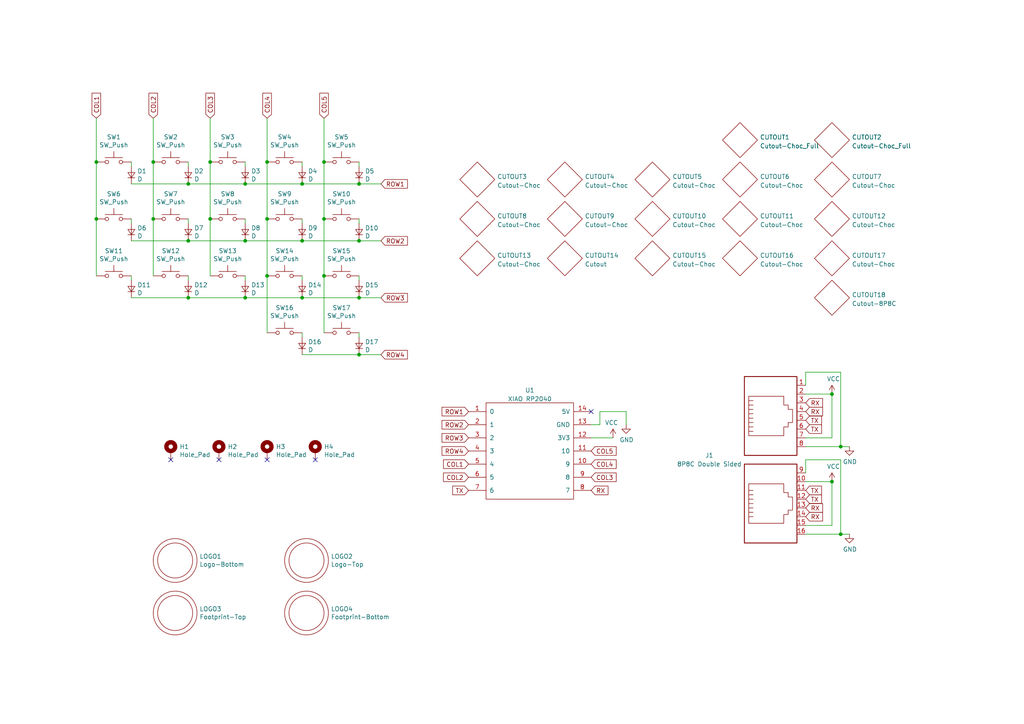
<source format=kicad_sch>
(kicad_sch (version 20211123) (generator eeschema)
  (paper "A4")
  (title_block (title "Janus") (date "2022-06-24") (rev "1.0") (company "skarrmann"))
  (lib_symbols
    (symbol "janus-components:8P8C Double Sided" (pin_names (offset 1.016))
      (property "Reference" "J" (at 0 0 0))
      (property "Value" "8P8C Double Sided" (at 0 -26.035 0))
      (symbol "8P8C Double Sided_1_1"
        (rectangle (start -6.985 24.13) (end 8.255 1.27) (stroke (width 0.254)))
        (polyline (pts (xy -4.445 -8.89) (xy -5.715 -8.89)))
        (polyline (pts (xy -4.445 8.255) (xy -5.715 8.255)))
        (polyline (pts (xy -4.445 9.525) (xy -5.715 9.525)))
        (polyline (pts (xy 8.255 -5.08) (xy 8.255 -6.35)))
        (polyline (pts (xy -5.715 -16.51) (xy -4.445 -16.51) (xy -4.445 -16.51)))
        (polyline (pts (xy -5.715 -15.24) (xy -4.445 -15.24) (xy -4.445 -15.24)))
        (polyline (pts (xy -5.715 -13.97) (xy -4.445 -13.97) (xy -4.445 -13.97)))
        (polyline (pts (xy -5.715 -12.7) (xy -4.445 -12.7) (xy -4.445 -12.7)))
        (polyline (pts (xy -5.715 -11.43) (xy -4.445 -11.43) (xy -4.445 -11.43)))
        (polyline (pts (xy -5.715 12.065) (xy -4.445 12.065) (xy -4.445 12.065)))
        (polyline (pts (xy -5.715 13.335) (xy -4.445 13.335) (xy -4.445 13.335)))
        (polyline (pts (xy -5.715 14.605) (xy -4.445 14.605) (xy -4.445 14.605)))
        (polyline (pts (xy -5.715 15.875) (xy -4.445 15.875) (xy -4.445 15.875)))
        (polyline (pts (xy -5.715 17.145) (xy -4.445 17.145) (xy -4.445 17.145)))
        (polyline (pts (xy -4.445 -10.16) (xy -5.715 -10.16) (xy -5.715 -10.16)))
        (polyline (pts (xy -4.445 10.795) (xy -5.715 10.795) (xy -5.715 10.795)))
        (polyline (pts (xy -5.715 -18.415) (xy -5.715 -6.985) (xy 4.445 -6.985) (xy 4.445 -9.525) (xy 5.715 -9.525) (xy 5.715 -10.795) (xy 6.985 -10.795) (xy 6.985 -14.605) (xy 5.715 -14.605) (xy 5.715 -15.875) (xy 4.445 -15.875) (xy 4.445 -18.415) (xy -5.715 -18.415) (xy -5.715 -18.415)))
        (polyline (pts (xy -5.715 18.415) (xy -5.715 6.985) (xy 4.445 6.985) (xy 4.445 9.525) (xy 5.715 9.525) (xy 5.715 10.795) (xy 6.985 10.795) (xy 6.985 14.605) (xy 5.715 14.605) (xy 5.715 15.875) (xy 4.445 15.875) (xy 4.445 18.415) (xy -5.715 18.415) (xy -5.715 18.415)))
        (rectangle (start 8.255 -1.27) (end -6.985 -24.13) (stroke (width 0.254)))
        (pin passive line (at 10.795 21.59 180) (length 2.54) (name "~") (number "1"))
        (pin passive line (at 10.795 -6.35 180) (length 2.54) (name "~") (number "10"))
        (pin passive line (at 10.795 -8.89 180) (length 2.54) (name "~") (number "11"))
        (pin passive line (at 10.795 -11.43 180) (length 2.54) (name "~") (number "12"))
        (pin passive line (at 10.795 -13.97 180) (length 2.54) (name "~") (number "13"))
        (pin passive line (at 10.795 -16.51 180) (length 2.54) (name "~") (number "14"))
        (pin passive line (at 10.795 -19.05 180) (length 2.54) (name "~") (number "15"))
        (pin passive line (at 10.795 -21.59 180) (length 2.54) (name "~") (number "16"))
        (pin passive line (at 10.795 19.05 180) (length 2.54) (name "~") (number "2"))
        (pin passive line (at 10.795 16.51 180) (length 2.54) (name "~") (number "3"))
        (pin passive line (at 10.795 13.97 180) (length 2.54) (name "~") (number "4"))
        (pin passive line (at 10.795 11.43 180) (length 2.54) (name "~") (number "5"))
        (pin passive line (at 10.795 8.89 180) (length 2.54) (name "~") (number "6"))
        (pin passive line (at 10.795 6.35 180) (length 2.54) (name "~") (number "7"))
        (pin passive line (at 10.795 3.81 180) (length 2.54) (name "~") (number "8"))
        (pin passive line (at 10.795 -3.81 180) (length 2.54) (name "~") (number "9"))
      )
    )
    (symbol "janus-components:Cutout" (pin_names (offset 1.016))
      (property "Reference" "CUTOUT" (at 0 -1.27 0))
      (property "Value" "Cutout" (at 0 1.27 0))
      (symbol "Cutout_0_1"
        (polyline (pts (xy 0 5.08) (xy 5.08 0) (xy 0 -5.08) (xy -5.08 0) (xy 0 5.08)) (stroke (width 0.1524)))
      )
    )
    (symbol "janus-components:D" (pin_numbers hide) (pin_names (offset 0.254) hide)
      (property "Reference" "D" (at -1.27 2.032 0))
      (property "Value" "janus-components_D" (at -1.27 -2.032 0))
      (symbol "D_0_1"
        (polyline (pts (xy -0.762 -1.016) (xy -0.762 1.016)))
        (polyline (pts (xy -0.762 0) (xy 0.762 0)))
        (polyline (pts (xy 0.762 -1.016) (xy -0.762 0) (xy 0.762 1.016) (xy 0.762 -1.016)))
      )
      (symbol "D_1_1"
        (pin passive line (at -2.54 0 0) (length 1.778) (name "K") (number "1"))
        (pin passive line (at 2.54 0 180) (length 1.778) (name "A") (number "2"))
      )
    )
    (symbol "janus-components:Hole_Pad" (pin_numbers hide) (pin_names (offset 1.016) hide)
      (property "Reference" "H" (at 0 6.35 0))
      (property "Value" "janus-components_Hole_Pad" (at 0 4.445 0))
      (symbol "Hole_Pad_0_1"
        (circle (center 0 1.27) (radius 1.27) (stroke (width 1.27)))
      )
      (symbol "Hole_Pad_1_1"
        (pin input line (at 0 -2.54 90) (length 2.54) (name "1") (number "1"))
      )
    )
    (symbol "janus-components:Logo" (pin_names (offset 1.016))
      (property "Reference" "LOGO" (at 0 -1.27 0))
      (property "Value" "janus-components_Logo" (at 0 1.27 0))
      (symbol "Logo_0_1"
        (circle (center 0 0) (radius 5.08))
        (circle (center 0 0) (radius 6.35))
      )
    )
    (symbol "janus-components:SW_Push" (pin_numbers hide) (pin_names (offset 1.016) hide)
      (property "Reference" "SW" (at 1.27 2.54 0))
      (property "Value" "janus-components_SW_Push" (at 0 -1.524 0))
      (symbol "SW_Push_0_1"
        (circle (center -2.032 0) (radius 0.508))
        (polyline (pts (xy 0 1.27) (xy 0 3.048)))
        (polyline (pts (xy 2.54 1.27) (xy -2.54 1.27)))
        (circle (center 2.032 0) (radius 0.508))
        (pin passive line (at -5.08 0 0) (length 2.54) (name "1") (number "1"))
        (pin passive line (at 5.08 0 180) (length 2.54) (name "2") (number "2"))
      )
    )
    (symbol "janus-components:XIAO RP2040" (pin_names (offset 1))
      (property "Reference" "U" (at 0 0 0))
      (property "Value" "XIAO RP2040" (at 0 -15.24 0))
      (symbol "XIAO RP2040_0_1"
        (rectangle (start -12.7 13.97) (end 12.7 -13.97) (stroke (width 0.1524)))
      )
      (symbol "XIAO RP2040_1_1"
        (pin input line (at -17.78 11.43 0) (length 5.08) (name "0") (number "1"))
        (pin input line (at 17.78 -3.81 180) (length 5.08) (name "9") (number "10"))
        (pin input line (at 17.78 0 180) (length 5.08) (name "10") (number "11"))
        (pin input line (at 17.78 3.81 180) (length 5.08) (name "3V3") (number "12"))
        (pin input line (at 17.78 7.62 180) (length 5.08) (name "GND") (number "13"))
        (pin input line (at 17.78 11.43 180) (length 5.08) (name "5V") (number "14"))
        (pin input line (at -17.78 7.62 0) (length 5.08) (name "1") (number "2"))
        (pin input line (at -17.78 3.81 0) (length 5.08) (name "2") (number "3"))
        (pin input line (at -17.78 0 0) (length 5.08) (name "3") (number "4"))
        (pin input line (at -17.78 -3.81 0) (length 5.08) (name "4") (number "5"))
        (pin input line (at -17.78 -7.62 0) (length 5.08) (name "5") (number "6"))
        (pin input line (at -17.78 -11.43 0) (length 5.08) (name "6") (number "7"))
        (pin input line (at 17.78 -11.43 180) (length 5.08) (name "7") (number "8"))
        (pin input line (at 17.78 -7.62 180) (length 5.08) (name "8") (number "9"))
      )
    )
    (symbol "power:GND" (power) (pin_names (offset 0))
      (property "Value" "GND" (at 0 -3.81 0))
      (symbol "GND_0_1"
        (polyline (pts (xy 0 0) (xy 0 -1.27) (xy 1.27 -1.27) (xy 0 -2.54) (xy -1.27 -1.27) (xy 0 -1.27)))
      )
      (symbol "GND_1_1"
        (pin power_in line (at 0 0 270) (length 0) hide (name "GND") (number "1"))
      )
    )
    (symbol "power:VCC" (power) (pin_names (offset 0))
      (property "Value" "VCC" (at 0 3.81 0))
      (symbol "VCC_0_1"
        (polyline (pts (xy -0.762 1.27) (xy 0 2.54)))
        (polyline (pts (xy 0 0) (xy 0 2.54)))
        (polyline (pts (xy 0 2.54) (xy 0.762 1.27)))
      )
      (symbol "VCC_1_1"
        (pin power_in line (at 0 0 90) (length 0) hide (name "VCC") (number "1"))
      )
    )
  )
  (junction (at 60.96 46.99))
  (junction (at 44.45 46.99))
  (junction (at 93.98 46.99))
  (junction (at 93.98 80.01))
  (junction (at 71.12 53.34))
  (junction (at 243.84 154.94))
  (junction (at 54.61 53.34))
  (junction (at 243.84 129.54))
  (junction (at 77.47 46.99))
  (junction (at 104.14 102.87))
  (junction (at 27.94 63.5))
  (junction (at 87.63 69.85))
  (junction (at 87.63 53.34))
  (junction (at 71.12 86.36))
  (junction (at 241.3 114.3))
  (junction (at 104.14 86.36))
  (junction (at 93.98 63.5))
  (junction (at 54.61 86.36))
  (junction (at 77.47 80.01))
  (junction (at 104.14 69.85))
  (junction (at 60.96 63.5))
  (junction (at 104.14 53.34))
  (junction (at 44.45 63.5))
  (junction (at 77.47 63.5))
  (junction (at 241.3 139.7))
  (junction (at 27.94 46.99))
  (junction (at 71.12 69.85))
  (junction (at 54.61 69.85))
  (junction (at 87.63 86.36))
  (no_connect (at 63.5 133.35))
  (no_connect (at 77.47 133.35))
  (no_connect (at 171.45 119.38))
  (no_connect (at 91.44 133.35))
  (no_connect (at 49.53 133.35))
  (wire (pts (xy 60.96 46.99) (xy 60.96 63.5)))
  (wire (pts (xy 27.94 46.99) (xy 27.94 63.5)))
  (wire (pts (xy 44.45 46.99) (xy 44.45 63.5)))
  (wire (pts (xy 87.63 80.01) (xy 87.63 81.28)))
  (wire (pts (xy 93.98 46.99) (xy 93.98 63.5)))
  (wire (pts (xy 27.94 63.5) (xy 27.94 80.01)))
  (wire (pts (xy 241.3 114.3) (xy 241.3 127)))
  (wire (pts (xy 171.45 127) (xy 177.8 127)))
  (wire (pts (xy 54.61 63.5) (xy 54.61 64.77)))
  (wire (pts (xy 246.38 154.94) (xy 243.84 154.94)))
  (wire (pts (xy 243.84 154.94) (xy 243.84 133.35)))
  (wire (pts (xy 87.63 86.36) (xy 104.14 86.36)))
  (wire (pts (xy 54.61 53.34) (xy 71.12 53.34)))
  (wire (pts (xy 87.63 96.52) (xy 87.63 97.79)))
  (wire (pts (xy 87.63 63.5) (xy 87.63 64.77)))
  (wire (pts (xy 77.47 80.01) (xy 77.47 96.52)))
  (wire (pts (xy 38.1 86.36) (xy 54.61 86.36)))
  (wire (pts (xy 71.12 80.01) (xy 71.12 81.28)))
  (wire (pts (xy 71.12 46.99) (xy 71.12 48.26)))
  (wire (pts (xy 54.61 86.36) (xy 71.12 86.36)))
  (wire (pts (xy 38.1 69.85) (xy 54.61 69.85)))
  (wire (pts (xy 104.14 69.85) (xy 110.49 69.85)))
  (wire (pts (xy 27.94 34.29) (xy 27.94 46.99)))
  (wire (pts (xy 173.99 123.19) (xy 173.99 119.38)))
  (wire (pts (xy 233.68 114.3) (xy 241.3 114.3)))
  (wire (pts (xy 104.14 86.36) (xy 110.49 86.36)))
  (wire (pts (xy 93.98 80.01) (xy 93.98 96.52)))
  (wire (pts (xy 44.45 34.29) (xy 44.45 46.99)))
  (wire (pts (xy 77.47 63.5) (xy 77.47 80.01)))
  (wire (pts (xy 233.68 154.94) (xy 243.84 154.94)))
  (wire (pts (xy 87.63 102.87) (xy 104.14 102.87)))
  (wire (pts (xy 93.98 63.5) (xy 93.98 80.01)))
  (wire (pts (xy 38.1 80.01) (xy 38.1 81.28)))
  (wire (pts (xy 233.68 127) (xy 241.3 127)))
  (wire (pts (xy 104.14 102.87) (xy 110.49 102.87)))
  (wire (pts (xy 104.14 96.52) (xy 104.14 97.79)))
  (wire (pts (xy 71.12 86.36) (xy 87.63 86.36)))
  (wire (pts (xy 87.63 69.85) (xy 104.14 69.85)))
  (wire (pts (xy 60.96 34.29) (xy 60.96 46.99)))
  (wire (pts (xy 54.61 80.01) (xy 54.61 81.28)))
  (wire (pts (xy 60.96 63.5) (xy 60.96 80.01)))
  (wire (pts (xy 233.68 107.95) (xy 233.68 111.76)))
  (wire (pts (xy 246.38 129.54) (xy 243.84 129.54)))
  (wire (pts (xy 77.47 34.29) (xy 77.47 46.99)))
  (wire (pts (xy 87.63 53.34) (xy 104.14 53.34)))
  (wire (pts (xy 38.1 53.34) (xy 54.61 53.34)))
  (wire (pts (xy 173.99 119.38) (xy 181.61 119.38)))
  (wire (pts (xy 243.84 129.54) (xy 243.84 107.95)))
  (wire (pts (xy 233.68 152.4) (xy 241.3 152.4)))
  (wire (pts (xy 44.45 63.5) (xy 44.45 80.01)))
  (wire (pts (xy 243.84 107.95) (xy 233.68 107.95)))
  (wire (pts (xy 243.84 133.35) (xy 233.68 133.35)))
  (wire (pts (xy 71.12 63.5) (xy 71.12 64.77)))
  (wire (pts (xy 38.1 46.99) (xy 38.1 48.26)))
  (wire (pts (xy 54.61 46.99) (xy 54.61 48.26)))
  (wire (pts (xy 233.68 133.35) (xy 233.68 137.16)))
  (wire (pts (xy 104.14 46.99) (xy 104.14 48.26)))
  (wire (pts (xy 233.68 129.54) (xy 243.84 129.54)))
  (wire (pts (xy 71.12 69.85) (xy 87.63 69.85)))
  (wire (pts (xy 171.45 123.19) (xy 173.99 123.19)))
  (wire (pts (xy 38.1 63.5) (xy 38.1 64.77)))
  (wire (pts (xy 104.14 80.01) (xy 104.14 81.28)))
  (wire (pts (xy 233.68 139.7) (xy 241.3 139.7)))
  (wire (pts (xy 54.61 69.85) (xy 71.12 69.85)))
  (wire (pts (xy 104.14 63.5) (xy 104.14 64.77)))
  (wire (pts (xy 77.47 46.99) (xy 77.47 63.5)))
  (wire (pts (xy 93.98 34.29) (xy 93.98 46.99)))
  (wire (pts (xy 104.14 53.34) (xy 110.49 53.34)))
  (wire (pts (xy 71.12 53.34) (xy 87.63 53.34)))
  (wire (pts (xy 87.63 46.99) (xy 87.63 48.26)))
  (wire (pts (xy 181.61 119.38) (xy 181.61 123.19)))
  (wire (pts (xy 241.3 139.7) (xy 241.3 152.4)))
  (global_label "ROW1" (shape input) (at 110.49 53.34 0) (property "Intersheet References" "${INTERSHEET_REFS}" (effects hide)))
  (global_label "RX" (shape input) (at 171.45 142.24 0) (property "Intersheet References" "${INTERSHEET_REFS}" (effects hide)))
  (global_label "COL3" (shape input) (at 171.45 138.43 0) (property "Intersheet References" "${INTERSHEET_REFS}" (effects hide)))
  (global_label "TX" (shape input) (at 233.68 124.46 0) (property "Intersheet References" "${INTERSHEET_REFS}" (effects hide)))
  (global_label "ROW3" (shape input) (at 135.89 127 180) (property "Intersheet References" "${INTERSHEET_REFS}" (effects hide)))
  (global_label "TX" (shape input) (at 233.68 142.24 0) (property "Intersheet References" "${INTERSHEET_REFS}" (effects hide)))
  (global_label "ROW3" (shape input) (at 110.49 86.36 0) (property "Intersheet References" "${INTERSHEET_REFS}" (effects hide)))
  (global_label "ROW2" (shape input) (at 135.89 123.19 180) (property "Intersheet References" "${INTERSHEET_REFS}" (effects hide)))
  (global_label "TX" (shape input) (at 233.68 144.78 0) (property "Intersheet References" "${INTERSHEET_REFS}" (effects hide)))
  (global_label "COL1" (shape input) (at 27.94 34.29 90) (property "Intersheet References" "${INTERSHEET_REFS}" (effects hide)))
  (global_label "ROW2" (shape input) (at 110.49 69.85 0) (property "Intersheet References" "${INTERSHEET_REFS}" (effects hide)))
  (global_label "RX" (shape input) (at 233.68 147.32 0) (property "Intersheet References" "${INTERSHEET_REFS}" (effects hide)))
  (global_label "COL4" (shape input) (at 171.45 134.62 0) (property "Intersheet References" "${INTERSHEET_REFS}" (effects hide)))
  (global_label "ROW4" (shape input) (at 135.89 130.81 180) (property "Intersheet References" "${INTERSHEET_REFS}" (effects hide)))
  (global_label "COL2" (shape input) (at 135.89 138.43 180) (property "Intersheet References" "${INTERSHEET_REFS}" (effects hide)))
  (global_label "TX" (shape input) (at 135.89 142.24 180) (property "Intersheet References" "${INTERSHEET_REFS}" (effects hide)))
  (global_label "COL2" (shape input) (at 44.45 34.29 90) (property "Intersheet References" "${INTERSHEET_REFS}" (effects hide)))
  (global_label "TX" (shape input) (at 233.68 121.92 0) (property "Intersheet References" "${INTERSHEET_REFS}" (effects hide)))
  (global_label "RX" (shape input) (at 233.68 116.84 0) (property "Intersheet References" "${INTERSHEET_REFS}" (effects hide)))
  (global_label "COL4" (shape input) (at 77.47 34.29 90) (property "Intersheet References" "${INTERSHEET_REFS}" (effects hide)))
  (global_label "ROW4" (shape input) (at 110.49 102.87 0) (property "Intersheet References" "${INTERSHEET_REFS}" (effects hide)))
  (global_label "COL5" (shape input) (at 171.45 130.81 0) (property "Intersheet References" "${INTERSHEET_REFS}" (effects hide)))
  (global_label "ROW1" (shape input) (at 135.89 119.38 180) (property "Intersheet References" "${INTERSHEET_REFS}" (effects hide)))
  (global_label "COL1" (shape input) (at 135.89 134.62 180) (property "Intersheet References" "${INTERSHEET_REFS}" (effects hide)))
  (global_label "COL3" (shape input) (at 60.96 34.29 90) (property "Intersheet References" "${INTERSHEET_REFS}" (effects hide)))
  (global_label "RX" (shape input) (at 233.68 119.38 0) (property "Intersheet References" "${INTERSHEET_REFS}" (effects hide)))
  (global_label "COL5" (shape input) (at 93.98 34.29 90) (property "Intersheet References" "${INTERSHEET_REFS}" (effects hide)))
  (global_label "RX" (shape input) (at 233.68 149.86 0) (property "Intersheet References" "${INTERSHEET_REFS}" (effects hide)))
  (symbol (lib_id "janus-components:SW_Push") (at 33.02 46.99 0) (unit 1)
    (property "Reference" "SW1" (at 33.02 39.751 0))
    (property "Value" "SW_Push" (at 33.02 42.0624 0))
    (property "Footprint" "janus-footprints:SW_Choc_V1_Reversible" (effects hide))
  )
  (symbol (lib_id "janus-components:SW_Push") (at 66.04 80.01 0) (unit 1)
    (property "Reference" "SW13" (at 66.04 72.771 0))
    (property "Value" "SW_Push" (at 66.04 75.0824 0))
    (property "Footprint" "janus-footprints:SW_Choc_V1_Reversible" (effects hide))
  )
  (symbol (lib_id "janus-components:D") (at 71.12 83.82 90) (unit 1)
    (property "Reference" "D13" (at 72.8472 82.6516 90) (effects (justify right)))
    (property "Value" "D" (at 72.8472 84.963 90) (effects (justify right)))
    (property "Footprint" "janus-footprints:D_SOD-123_Reversible" (effects hide))
  )
  (symbol (lib_id "power:GND") (at 181.61 123.19 0) (unit 1)
    (property "Reference" "#PWR04" (effects hide))
    (property "Value" "GND" (at 181.737 127.5842 0))
  )
  (symbol (lib_id "janus-components:D") (at 38.1 50.8 90) (unit 1)
    (property "Reference" "D1" (at 39.8272 49.6316 90) (effects (justify right)))
    (property "Value" "D" (at 39.8272 51.943 90) (effects (justify right)))
    (property "Footprint" "janus-footprints:D_SOD-123_Reversible" (effects hide))
  )
  (symbol (lib_id "power:VCC") (at 177.8 127 0) (mirror y) (unit 1)
    (property "Reference" "#PWR05" (effects hide))
    (property "Value" "VCC" (at 177.3682 122.6058 0))
  )
  (symbol (lib_id "janus-components:Hole_Pad") (at 49.53 130.81 0) (unit 1)
    (property "Reference" "H1" (at 52.07 129.5654 0) (effects (justify left)))
    (property "Value" "Hole_Pad" (at 52.07 131.8768 0) (effects (justify left)))
    (property "Footprint" "janus-footprints:Mount_M2" (effects hide))
  )
  (symbol (lib_id "janus-components:Hole_Pad") (at 63.5 130.81 0) (unit 1)
    (property "Reference" "H2" (at 66.04 129.5654 0) (effects (justify left)))
    (property "Value" "Hole_Pad" (at 66.04 131.8768 0) (effects (justify left)))
    (property "Footprint" "janus-footprints:Mount_M2" (effects hide))
  )
  (symbol (lib_id "janus-components:Hole_Pad") (at 77.47 130.81 0) (unit 1)
    (property "Reference" "H3" (at 80.01 129.5654 0) (effects (justify left)))
    (property "Value" "Hole_Pad" (at 80.01 131.8768 0) (effects (justify left)))
    (property "Footprint" "janus-footprints:Mount_M2" (effects hide))
  )
  (symbol (lib_id "janus-components:Hole_Pad") (at 91.44 130.81 0) (unit 1)
    (property "Reference" "H4" (at 93.98 129.5654 0) (effects (justify left)))
    (property "Value" "Hole_Pad" (at 93.98 131.8768 0) (effects (justify left)))
    (property "Footprint" "janus-footprints:Mount_M2" (effects hide))
  )
  (symbol (lib_id "janus-components:Logo") (at 50.8 162.56 0) (unit 1)
    (property "Reference" "LOGO1" (at 57.8612 161.3916 0) (effects (justify left)))
    (property "Value" "Logo-Bottom" (at 57.8612 163.703 0) (effects (justify left)))
    (property "Footprint" "janus-footprints:Logo_Janus" (effects hide))
  )
  (symbol (lib_id "janus-components:D") (at 54.61 50.8 90) (unit 1)
    (property "Reference" "D2" (at 56.3372 49.6316 90) (effects (justify right)))
    (property "Value" "D" (at 56.3372 51.943 90) (effects (justify right)))
    (property "Footprint" "janus-footprints:D_SOD-123_Reversible" (effects hide))
  )
  (symbol (lib_id "janus-components:SW_Push") (at 49.53 46.99 0) (unit 1)
    (property "Reference" "SW2" (at 49.53 39.751 0))
    (property "Value" "SW_Push" (at 49.53 42.0624 0))
    (property "Footprint" "janus-footprints:SW_Choc_V1_Reversible" (effects hide))
  )
  (symbol (lib_id "janus-components:D") (at 87.63 83.82 90) (unit 1)
    (property "Reference" "D14" (at 89.3572 82.6516 90) (effects (justify right)))
    (property "Value" "D" (at 89.3572 84.963 90) (effects (justify right)))
    (property "Footprint" "janus-footprints:D_SOD-123_Reversible" (effects hide))
  )
  (symbol (lib_id "janus-components:SW_Push") (at 82.55 80.01 0) (unit 1)
    (property "Reference" "SW14" (at 82.55 72.771 0))
    (property "Value" "SW_Push" (at 82.55 75.0824 0))
    (property "Footprint" "janus-footprints:SW_Choc_V1_Reversible" (effects hide))
  )
  (symbol (lib_id "janus-components:D") (at 71.12 50.8 90) (unit 1)
    (property "Reference" "D3" (at 72.8472 49.6316 90) (effects (justify right)))
    (property "Value" "D" (at 72.8472 51.943 90) (effects (justify right)))
    (property "Footprint" "janus-footprints:D_SOD-123_Reversible" (effects hide))
  )
  (symbol (lib_id "janus-components:SW_Push") (at 66.04 46.99 0) (unit 1)
    (property "Reference" "SW3" (at 66.04 39.751 0))
    (property "Value" "SW_Push" (at 66.04 42.0624 0))
    (property "Footprint" "janus-footprints:SW_Choc_V1_Reversible" (effects hide))
  )
  (symbol (lib_id "janus-components:D") (at 104.14 83.82 90) (unit 1)
    (property "Reference" "D15" (at 105.8672 82.6516 90) (effects (justify right)))
    (property "Value" "D" (at 105.8672 84.963 90) (effects (justify right)))
    (property "Footprint" "janus-footprints:D_SOD-123_Reversible" (effects hide))
  )
  (symbol (lib_id "janus-components:SW_Push") (at 99.06 80.01 0) (unit 1)
    (property "Reference" "SW15" (at 99.06 72.771 0))
    (property "Value" "SW_Push" (at 99.06 75.0824 0))
    (property "Footprint" "janus-footprints:SW_Choc_V1_Reversible" (effects hide))
  )
  (symbol (lib_id "janus-components:D") (at 87.63 50.8 90) (unit 1)
    (property "Reference" "D4" (at 89.3572 49.6316 90) (effects (justify right)))
    (property "Value" "D" (at 89.3572 51.943 90) (effects (justify right)))
    (property "Footprint" "janus-footprints:D_SOD-123_Reversible" (effects hide))
  )
  (symbol (lib_id "janus-components:SW_Push") (at 82.55 46.99 0) (unit 1)
    (property "Reference" "SW4" (at 82.55 39.751 0))
    (property "Value" "SW_Push" (at 82.55 42.0624 0))
    (property "Footprint" "janus-footprints:SW_Choc_V1_Reversible" (effects hide))
  )
  (symbol (lib_id "janus-components:D") (at 87.63 100.33 90) (unit 1)
    (property "Reference" "D16" (at 89.3572 99.1616 90) (effects (justify right)))
    (property "Value" "D" (at 89.3572 101.473 90) (effects (justify right)))
    (property "Footprint" "janus-footprints:D_SOD-123_Reversible" (effects hide))
  )
  (symbol (lib_id "janus-components:SW_Push") (at 82.55 96.52 0) (unit 1)
    (property "Reference" "SW16" (at 82.55 89.281 0))
    (property "Value" "SW_Push" (at 82.55 91.5924 0))
    (property "Footprint" "janus-footprints:SW_Choc_V1_Reversible" (effects hide))
  )
  (symbol (lib_id "janus-components:D") (at 104.14 50.8 90) (unit 1)
    (property "Reference" "D5" (at 105.8672 49.6316 90) (effects (justify right)))
    (property "Value" "D" (at 105.8672 51.943 90) (effects (justify right)))
    (property "Footprint" "janus-footprints:D_SOD-123_Reversible" (effects hide))
  )
  (symbol (lib_id "janus-components:SW_Push") (at 99.06 46.99 0) (unit 1)
    (property "Reference" "SW5" (at 99.06 39.751 0))
    (property "Value" "SW_Push" (at 99.06 42.0624 0))
    (property "Footprint" "janus-footprints:SW_Choc_V1_Reversible" (effects hide))
  )
  (symbol (lib_id "janus-components:D") (at 104.14 100.33 90) (unit 1)
    (property "Reference" "D17" (at 105.8672 99.1616 90) (effects (justify right)))
    (property "Value" "D" (at 105.8672 101.473 90) (effects (justify right)))
    (property "Footprint" "janus-footprints:D_SOD-123_Reversible" (effects hide))
  )
  (symbol (lib_id "janus-components:SW_Push") (at 99.06 96.52 0) (unit 1)
    (property "Reference" "SW17" (at 99.06 89.281 0))
    (property "Value" "SW_Push" (at 99.06 91.5924 0))
    (property "Footprint" "janus-footprints:SW_Choc_V1_Reversible" (effects hide))
  )
  (symbol (lib_id "janus-components:D") (at 38.1 67.31 90) (unit 1)
    (property "Reference" "D6" (at 39.8272 66.1416 90) (effects (justify right)))
    (property "Value" "D" (at 39.8272 68.453 90) (effects (justify right)))
    (property "Footprint" "janus-footprints:D_SOD-123_Reversible" (effects hide))
  )
  (symbol (lib_id "janus-components:SW_Push") (at 33.02 63.5 0) (unit 1)
    (property "Reference" "SW6" (at 33.02 56.261 0))
    (property "Value" "SW_Push" (at 33.02 58.5724 0))
    (property "Footprint" "janus-footprints:SW_Choc_V1_Reversible" (effects hide))
  )
  (symbol (lib_id "janus-components:D") (at 54.61 67.31 90) (unit 1)
    (property "Reference" "D7" (at 56.3372 66.1416 90) (effects (justify right)))
    (property "Value" "D" (at 56.3372 68.453 90) (effects (justify right)))
    (property "Footprint" "janus-footprints:D_SOD-123_Reversible" (effects hide))
  )
  (symbol (lib_id "janus-components:SW_Push") (at 49.53 63.5 0) (unit 1)
    (property "Reference" "SW7" (at 49.53 56.261 0))
    (property "Value" "SW_Push" (at 49.53 58.5724 0))
    (property "Footprint" "janus-footprints:SW_Choc_V1_Reversible" (effects hide))
  )
  (symbol (lib_id "janus-components:D") (at 71.12 67.31 90) (unit 1)
    (property "Reference" "D8" (at 72.8472 66.1416 90) (effects (justify right)))
    (property "Value" "D" (at 72.8472 68.453 90) (effects (justify right)))
    (property "Footprint" "janus-footprints:D_SOD-123_Reversible" (effects hide))
  )
  (symbol (lib_id "janus-components:SW_Push") (at 66.04 63.5 0) (unit 1)
    (property "Reference" "SW8" (at 66.04 56.261 0))
    (property "Value" "SW_Push" (at 66.04 58.5724 0))
    (property "Footprint" "janus-footprints:SW_Choc_V1_Reversible" (effects hide))
  )
  (symbol (lib_id "janus-components:D") (at 87.63 67.31 90) (unit 1)
    (property "Reference" "D9" (at 89.3572 66.1416 90) (effects (justify right)))
    (property "Value" "D" (at 89.3572 68.453 90) (effects (justify right)))
    (property "Footprint" "janus-footprints:D_SOD-123_Reversible" (effects hide))
  )
  (symbol (lib_id "janus-components:SW_Push") (at 82.55 63.5 0) (unit 1)
    (property "Reference" "SW9" (at 82.55 56.261 0))
    (property "Value" "SW_Push" (at 82.55 58.5724 0))
    (property "Footprint" "janus-footprints:SW_Choc_V1_Reversible" (effects hide))
  )
  (symbol (lib_id "janus-components:D") (at 104.14 67.31 90) (unit 1)
    (property "Reference" "D10" (at 105.8672 66.1416 90) (effects (justify right)))
    (property "Value" "D" (at 105.8672 68.453 90) (effects (justify right)))
    (property "Footprint" "janus-footprints:D_SOD-123_Reversible" (effects hide))
  )
  (symbol (lib_id "janus-components:SW_Push") (at 99.06 63.5 0) (unit 1)
    (property "Reference" "SW10" (at 99.06 56.261 0))
    (property "Value" "SW_Push" (at 99.06 58.5724 0))
    (property "Footprint" "janus-footprints:SW_Choc_V1_Reversible" (effects hide))
  )
  (symbol (lib_id "janus-components:D") (at 38.1 83.82 90) (unit 1)
    (property "Reference" "D11" (at 39.8272 82.6516 90) (effects (justify right)))
    (property "Value" "D" (at 39.8272 84.963 90) (effects (justify right)))
    (property "Footprint" "janus-footprints:D_SOD-123_Reversible" (effects hide))
  )
  (symbol (lib_id "janus-components:SW_Push") (at 33.02 80.01 0) (unit 1)
    (property "Reference" "SW11" (at 33.02 72.771 0))
    (property "Value" "SW_Push" (at 33.02 75.0824 0))
    (property "Footprint" "janus-footprints:SW_Choc_V1_Reversible" (effects hide))
  )
  (symbol (lib_id "janus-components:D") (at 54.61 83.82 90) (unit 1)
    (property "Reference" "D12" (at 56.3372 82.6516 90) (effects (justify right)))
    (property "Value" "D" (at 56.3372 84.963 90) (effects (justify right)))
    (property "Footprint" "janus-footprints:D_SOD-123_Reversible" (effects hide))
  )
  (symbol (lib_id "janus-components:SW_Push") (at 49.53 80.01 0) (unit 1)
    (property "Reference" "SW12" (at 49.53 72.771 0))
    (property "Value" "SW_Push" (at 49.53 75.0824 0))
    (property "Footprint" "janus-footprints:SW_Choc_V1_Reversible" (effects hide))
  )
  (symbol (lib_id "janus-components:Logo") (at 88.9 162.56 0) (unit 1)
    (property "Reference" "LOGO2" (at 95.9612 161.3916 0) (effects (justify left)))
    (property "Value" "Logo-Top" (at 95.9612 163.703 0) (effects (justify left)))
    (property "Footprint" "janus-footprints:Logo_Janus" (effects hide))
  )
  (symbol (lib_id "power:GND") (at 246.38 129.54 0) (unit 1)
    (property "Reference" "#PWR0107" (effects hide))
    (property "Value" "GND" (at 246.507 133.9342 0))
  )
  (symbol (lib_id "janus-components:Cutout") (at 138.43 63.5 0) (unit 1)
    (property "Reference" "CUTOUT8" (at 144.2212 62.6653 0) (effects (justify left)))
    (property "Value" "Cutout-Choc" (at 144.2212 65.2022 0) (effects (justify left)))
    (property "Footprint" "janus-footprints:Cutout_SW_Choc_Pads" (effects hide))
  )
  (symbol (lib_id "janus-components:Cutout") (at 138.43 52.07 0) (unit 1)
    (property "Reference" "CUTOUT3" (at 144.2212 51.2353 0) (effects (justify left)))
    (property "Value" "Cutout-Choc" (at 144.2212 53.7722 0) (effects (justify left)))
    (property "Footprint" "janus-footprints:Cutout_SW_Choc_Pads" (effects hide))
  )
  (symbol (lib_id "janus-components:XIAO RP2040") (at 153.67 130.81 0) (unit 1)
    (property "Reference" "U1" (at 153.67 113.191 0))
    (property "Value" "XIAO RP2040" (at 153.67 115.7279 0))
    (property "Footprint" "janus-footprints:XIAO-RP2040_Reversible" (effects hide))
  )
  (symbol (lib_id "janus-components:Cutout") (at 241.3 63.5 0) (unit 1)
    (property "Reference" "CUTOUT12" (at 247.0912 62.6653 0) (effects (justify left)))
    (property "Value" "Cutout-Choc" (at 247.0912 65.2022 0) (effects (justify left)))
    (property "Footprint" "janus-footprints:Cutout_SW_Choc_Pads" (effects hide))
  )
  (symbol (lib_id "janus-components:Cutout") (at 241.3 86.36 0) (unit 1)
    (property "Reference" "CUTOUT18" (at 247.0912 85.5253 0) (effects (justify left)))
    (property "Value" "Cutout-8P8C" (at 247.0912 88.0622 0) (effects (justify left)))
    (property "Footprint" "janus-footprints:Cutout_8P8C_SMT" (effects hide))
  )
  (symbol (lib_id "janus-components:Cutout") (at 214.63 52.07 0) (unit 1)
    (property "Reference" "CUTOUT6" (at 220.4212 51.2353 0) (effects (justify left)))
    (property "Value" "Cutout-Choc" (at 220.4212 53.7722 0) (effects (justify left)))
    (property "Footprint" "janus-footprints:Cutout_SW_Choc_Pads" (effects hide))
  )
  (symbol (lib_id "janus-components:Cutout") (at 189.23 52.07 0) (unit 1)
    (property "Reference" "CUTOUT5" (at 195.0212 51.2353 0) (effects (justify left)))
    (property "Value" "Cutout-Choc" (at 195.0212 53.7722 0) (effects (justify left)))
    (property "Footprint" "janus-footprints:Cutout_SW_Choc_Pads" (effects hide))
  )
  (symbol (lib_id "janus-components:Cutout") (at 241.3 40.64 0) (unit 1)
    (property "Reference" "CUTOUT2" (at 247.0912 39.8053 0) (effects (justify left)))
    (property "Value" "Cutout-Choc_Full" (at 247.0912 42.3422 0) (effects (justify left)))
    (property "Footprint" "janus-footprints:Cutout_SW_Choc_Full" (effects hide))
  )
  (symbol (lib_id "janus-components:Cutout") (at 214.63 63.5 0) (unit 1)
    (property "Reference" "CUTOUT11" (at 220.4212 62.6653 0) (effects (justify left)))
    (property "Value" "Cutout-Choc" (at 220.4212 65.2022 0) (effects (justify left)))
    (property "Footprint" "janus-footprints:Cutout_SW_Choc_Pads" (effects hide))
  )
  (symbol (lib_id "janus-components:Cutout") (at 189.23 63.5 0) (unit 1)
    (property "Reference" "CUTOUT10" (at 195.0212 62.6653 0) (effects (justify left)))
    (property "Value" "Cutout-Choc" (at 195.0212 65.2022 0) (effects (justify left)))
    (property "Footprint" "janus-footprints:Cutout_SW_Choc_Pads" (effects hide))
  )
  (symbol (lib_id "janus-components:Cutout") (at 138.43 74.93 0) (unit 1)
    (property "Reference" "CUTOUT13" (at 144.2212 74.0953 0) (effects (justify left)))
    (property "Value" "Cutout-Choc" (at 144.2212 76.6322 0) (effects (justify left)))
    (property "Footprint" "janus-footprints:Cutout_SW_Choc_Pads" (effects hide))
  )
  (symbol (lib_id "janus-components:Cutout") (at 163.83 63.5 0) (unit 1)
    (property "Reference" "CUTOUT9" (at 169.6212 62.6653 0) (effects (justify left)))
    (property "Value" "Cutout-Choc" (at 169.6212 65.2022 0) (effects (justify left)))
    (property "Footprint" "janus-footprints:Cutout_SW_Choc_Pads" (effects hide))
  )
  (symbol (lib_id "power:GND") (at 246.38 154.94 0) (unit 1)
    (property "Reference" "#PWR0101" (effects hide))
    (property "Value" "GND" (at 246.507 159.3342 0))
  )
  (symbol (lib_id "janus-components:Cutout") (at 214.63 40.64 0) (unit 1)
    (property "Reference" "CUTOUT1" (at 220.4212 39.8053 0) (effects (justify left)))
    (property "Value" "Cutout-Choc_Full" (at 220.4212 42.3422 0) (effects (justify left)))
    (property "Footprint" "janus-footprints:Cutout_SW_Choc_Full" (effects hide))
  )
  (symbol (lib_id "janus-components:Cutout") (at 189.23 74.93 0) (unit 1)
    (property "Reference" "CUTOUT15" (at 195.0212 74.0953 0) (effects (justify left)))
    (property "Value" "Cutout-Choc" (at 195.0212 76.6322 0) (effects (justify left)))
    (property "Footprint" "janus-footprints:Cutout_SW_Choc_Pads" (effects hide))
  )
  (symbol (lib_id "power:VCC") (at 241.3 139.7 0) (unit 1)
    (property "Reference" "#PWR0102" (effects hide))
    (property "Value" "VCC" (at 241.7318 135.3058 0))
  )
  (symbol (lib_id "janus-components:Logo") (at 50.8 177.8 0) (unit 1)
    (property "Reference" "LOGO3" (at 57.8612 176.6316 0) (effects (justify left)))
    (property "Value" "Footprint-Top" (at 57.8612 178.943 0) (effects (justify left)))
    (property "Footprint" "janus-footprints:Logo_Janus_Choc_Footprint" (effects hide))
  )
  (symbol (lib_id "janus-components:Logo") (at 88.9 177.8 0) (unit 1)
    (property "Reference" "LOGO4" (at 95.9612 176.6316 0) (effects (justify left)))
    (property "Value" "Footprint-Bottom" (at 95.9612 178.943 0) (effects (justify left)))
    (property "Footprint" "janus-footprints:Logo_Janus_Choc_Footprint" (effects hide))
  )
  (symbol (lib_id "power:VCC") (at 241.3 114.3 0) (unit 1)
    (property "Reference" "#PWR0108" (effects hide))
    (property "Value" "VCC" (at 241.7318 109.9058 0))
  )
  (symbol (lib_id "janus-components:Cutout") (at 214.63 74.93 0) (unit 1)
    (property "Reference" "CUTOUT16" (at 220.4212 74.0953 0) (effects (justify left)))
    (property "Value" "Cutout-Choc" (at 220.4212 76.6322 0) (effects (justify left)))
    (property "Footprint" "janus-footprints:Cutout_SW_Choc_Pads" (effects hide))
  )
  (symbol (lib_id "janus-components:Cutout") (at 241.3 52.07 0) (unit 1)
    (property "Reference" "CUTOUT7" (at 247.0912 51.2353 0) (effects (justify left)))
    (property "Value" "Cutout-Choc" (at 247.0912 53.7722 0) (effects (justify left)))
    (property "Footprint" "janus-footprints:Cutout_SW_Choc_Pads" (effects hide))
  )
  (symbol (lib_id "janus-components:Cutout") (at 241.3 74.93 0) (unit 1)
    (property "Reference" "CUTOUT17" (at 247.0912 74.0953 0) (effects (justify left)))
    (property "Value" "Cutout-Choc" (at 247.0912 76.6322 0) (effects (justify left)))
    (property "Footprint" "janus-footprints:Cutout_SW_Choc_Pads" (effects hide))
  )
  (symbol (lib_id "janus-components:8P8C Double Sided") (at 222.885 133.35 0) (unit 1)
    (property "Reference" "J1" (at 205.74 132.08 0))
    (property "Value" "8P8C Double Sided" (at 205.74 134.6169 0))
    (property "Footprint" "janus-footprints:8P8C_SMT_Double_Sided" (effects hide))
  )
  (symbol (lib_id "janus-components:Cutout") (at 163.83 74.93 0) (unit 1)
    (property "Reference" "CUTOUT14" (at 169.6212 74.0953 0) (effects (justify left)))
    (property "Value" "Cutout" (at 169.6212 76.6322 0) (effects (justify left)))
    (property "Footprint" "janus-footprints:Cutout_SW_Choc_Pads" (effects hide))
  )
  (symbol (lib_id "janus-components:Cutout") (at 163.83 52.07 0) (unit 1)
    (property "Reference" "CUTOUT4" (at 169.6212 51.2353 0) (effects (justify left)))
    (property "Value" "Cutout-Choc" (at 169.6212 53.7722 0) (effects (justify left)))
    (property "Footprint" "janus-footprints:Cutout_SW_Choc_Pads" (effects hide))
  )
)
</source>
